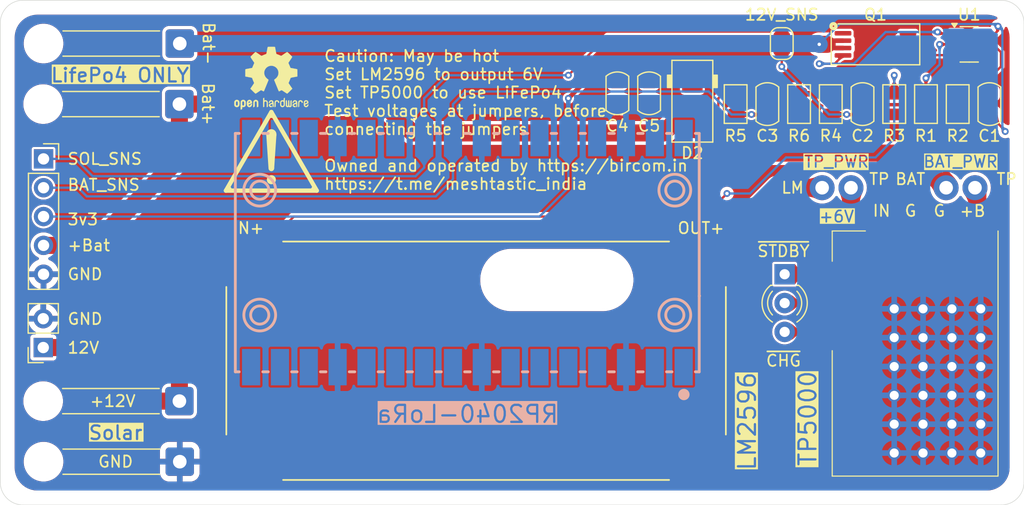
<source format=kicad_pcb>
(kicad_pcb (version 20240108) (generator "pcbnew") (generator_version "8.0")
  (layers (0 "F.Cu" signal) (31 "B.Cu" signal) (34 "B.Paste" user) (35 "F.Paste" user) (36 "B.SilkS" user "B.Silkscreen") (37 "F.SilkS" user "F.Silkscreen") (38 "B.Mask" user) (39 "F.Mask" user) (44 "Edge.Cuts" user))
  (net 0 "")
  (net 5 "GND")
  (net 13 "/BAT_SNS")
  (net 26 "+12V")
  (net 27 "+6V")
  (net 28 "-BATT")
  (net 29 "+BATT")
  (net 30 "Net-(JP2-A)")
  (net 31 "+6V_TP")
  (net 32 "/SOLAR_SNS")
  (net 33 "+3V3")
  (net 34 "Net-(JP3-A)")
  (net 35 "Net-(U1-VCC)")
  (net 36 "Net-(D1-A)")
  (net 37 "Net-(D1-K2)")
  (net 38 "Net-(D1-K1)")
  (net 39 "Net-(U1-OC)")
  (net 40 "Net-(U1-OD)")
  (net 41 "Net-(U1-CS)")
  (footprint "STS_Boards:TP5000_Breakout_Akaddy" (layer "F.Cu") (at 136.144 88.9 180)
    (property "Reference" "U2" (hide yes))
    (property "Value" "TP5000_Breakout_Akaddy" (hide yes))
    (property "Comment1" "TP5000" (at 14.224 -15.24 90) (layer "F.SilkS" knockout) (effects (font (size 1.5 1.5) (thickness 0.2))))
    (fp_text user "+B" (at -1.512 3.030524 0) (layer "F.SilkS") (effects (justify right)))
    (fp_text user "~{STDBY}" (at 13.97 -0.508 0) (layer "F.SilkS") (effects (justify right)))
    (fp_text user "G" (at 4.572 3.048 0) (layer "F.SilkS") (effects (justify right)))
    (fp_text user "IN" (at 6.858 3.048 0) (layer "F.SilkS") (effects (justify right)))
    (fp_text user "G" (at 2.032 3.048 0) (layer "F.SilkS") (effects (justify right)))
    (fp_text user "~{CHG}" (at 14.732 -10.16 0) (layer "F.SilkS") (effects (justify right)))
    (pad "1" smd rect (at 7.62 0 270) (size 3 1.7) (drill (offset -0.5 0)) (layers "F.Cu" "F.Paste" "F.Mask") (net 31 "+6V_TP"))
    (pad "2" smd oval (at 5.08 0 270) (size 3 1.7) (drill (offset -0.5 0)) (layers "F.Cu" "F.Paste" "F.Mask") (net 5 "GND"))
    (pad "3" smd oval (at 0 0 270) (size 3 1.7) (drill (offset -0.5 0)) (layers "F.Cu" "F.Paste" "F.Mask") (net 30 "Net-(JP2-A)"))
    (pad "4" smd oval (at 2.54 0 270) (size 3 1.7) (drill (offset -0.5 0)) (layers "F.Cu" "F.Paste" "F.Mask") (net 5 "GND"))
    (pad "10" smd oval (at 10.16 -7.62 180) (size 3 1.7) (drill (offset 0.5 0)) (layers "F.Cu" "F.Paste" "F.Mask") (net 37 "Net-(D1-K2)"))
    (pad "11" smd oval (at 10.16 -2.54 180) (size 3 1.7) (drill (offset 0.5 0)) (layers "F.Cu" "F.Paste" "F.Mask") (net 38 "Net-(D1-K1)"))
    (pad "12" smd oval (at 10.16 -5.08 180) (size 3 1.7) (drill (offset 0.5 0)) (layers "F.Cu" "F.Paste" "F.Mask") (net 36 "Net-(D1-A)"))
    (pad "20" thru_hole circle (at -1.016 -18.288 180) (size 1.2 1.2) (drill 0.8) (layers "*.Cu" "*.Mask") (net 5 "GND"))
    (pad "20" thru_hole circle (at -1.016 -15.748 180) (size 1.2 1.2) (drill 0.8) (layers "*.Cu" "*.Mask") (net 5 "GND"))
    (pad "20" thru_hole circle (at -1.016 -13.208 180) (size 1.2 1.2) (drill 0.8) (layers "*.Cu" "*.Mask") (net 5 "GND"))
    (pad "20" thru_hole circle (at -1.016 -10.668 180) (size 1.2 1.2) (drill 0.8) (layers "*.Cu" "*.Mask") (net 5 "GND"))
    (pad "20" thru_hole circle (at -1.016 -8.128 180) (size 1.2 1.2) (drill 0.8) (layers "*.Cu" "*.Mask") (net 5 "GND"))
    (pad "20" thru_hole circle (at -1.016 -5.588 180) (size 1.2 1.2) (drill 0.8) (layers "*.Cu" "*.Mask") (net 5 "GND"))
    (pad "20" thru_hole circle (at 1.524 -18.288 180) (size 1.2 1.2) (drill 0.8) (layers "*.Cu" "*.Mask") (net 5 "GND"))
    (pad "20" thru_hole circle (at 1.524 -15.748 180) (size 1.2 1.2) (drill 0.8) (layers "*.Cu" "*.Mask") (net 5 "GND"))
    (pad "20" thru_hole circle (at 1.524 -13.208 180) (size 1.2 1.2) (drill 0.8) (layers "*.Cu" "*.Mask") (net 5 "GND"))
    (pad "20" thru_hole circle (at 1.524 -10.668 180) (size 1.2 1.2) (drill 0.8) (layers "*.Cu" "*.Mask") (net 5 "GND"))
    (pad "20" thru_hole circle (at 1.524 -8.128 180) (size 1.2 1.2) (drill 0.8) (layers "*.Cu" "*.Mask") (net 5 "GND"))
    (pad "20" thru_hole circle (at 1.524 -5.588 180) (size 1.2 1.2) (drill 0.8) (layers "*.Cu" "*.Mask") (net 5 "GND"))
    (pad "20" smd roundrect (at 2.794 -11.938 180) (size 10 16) (layers "F.Cu" "F.Paste" "F.Mask") (roundrect_rratio 0.1640419948) (net 5 "GND"))
    (pad "20" thru_hole circle (at 4.064 -18.288 180) (size 1.2 1.2) (drill 0.8) (layers "*.Cu" "*.Mask") (net 5 "GND"))
    (pad "20" thru_hole circle (at 4.064 -15.748 180) (size 1.2 1.2) (drill 0.8) (layers "*.Cu" "*.Mask") (net 5 "GND"))
    (pad "20" thru_hole circle (at 4.064 -13.208 180) (size 1.2 1.2) (drill 0.8) (layers "*.Cu" "*.Mask") (net 5 "GND"))
    (pad "20" thru_hole circle (at 4.064 -10.668 180) (size 1.2 1.2) (drill 0.8) (layers "*.Cu" "*.Mask") (net 5 "GND"))
    (pad "20" thru_hole circle (at 4.064 -8.128 180) (size 1.2 1.2) (drill 0.8) (layers "*.Cu" "*.Mask") (net 5 "GND"))
    (pad "20" thru_hole circle (at 4.064 -5.588 180) (size 1.2 1.2) (drill 0.8) (layers "*.Cu" "*.Mask") (net 5 "GND"))
    (pad "20" thru_hole circle (at 6.604 -18.288 180) (size 1.2 1.2) (drill 0.8) (layers "*.Cu" "*.Mask") (net 5 "GND"))
    (pad "20" thru_hole circle (at 6.604 -15.748 180) (size 1.2 1.2) (drill 0.8) (layers "*.Cu" "*.Mask") (net 5 "GND"))
    (pad "20" thru_hole circle (at 6.604 -13.208 180) (size 1.2 1.2) (drill 0.8) (layers "*.Cu" "*.Mask") (net 5 "GND"))
    (pad "20" thru_hole circle (at 6.604 -10.668 180) (size 1.2 1.2) (drill 0.8) (layers "*.Cu" "*.Mask") (net 5 "GND"))
    (pad "20" thru_hole circle (at 6.604 -8.128 180) (size 1.2 1.2) (drill 0.8) (layers "*.Cu" "*.Mask") (net 5 "GND"))
    (pad "20" thru_hole circle (at 6.604 -5.588 180) (size 1.2 1.2) (drill 0.8) (layers "*.Cu" "*.Mask") (net 5 "GND"))
  )
  (footprint "PCM_Resistor_SMD_AKL:R_0805_2012Metric" (layer "F.Cu") (at 121.158 76.454 -90)
    (property "Reference" "R6" (at 2.794 0 0) (layer "F.SilkS"))
    (property "Value" "100K" (hide yes))
    (pad "1" smd roundrect (at -0.9125 0 270) (size 1.025 1.4) (layers "F.Cu" "F.Paste" "F.Mask") (roundrect_rratio 0.243902) (net 5 "GND"))
    (pad "2" smd roundrect (at 0.9125 0 270) (size 1.025 1.4) (layers "F.Cu" "F.Paste" "F.Mask") (roundrect_rratio 0.243902) (net 13 "/BAT_SNS"))
  )
  (footprint "custom:SolderWire-0.25sqmm_1x01_D0.65mm_OD2mm_Relief" (layer "F.Cu") (at 66.61 107.95 -90)
    (property "Reference" "TP2" (hide yes))
    (property "Value" "TestPoint")
    (property "Comment1" "GND" (at 0 5.65 0) (layer "F.SilkS"))
    (pad "" np_thru_hole circle (at 0 12 270) (size 3 3) (drill 3) (layers "F&B.Cu" "*.Mask"))
    (pad "1" thru_hole roundrect (at 0 0 270) (size 2.5 2.5) (drill 1.2) (layers "*.Cu" "*.Mask") (roundrect_rratio 0.125) (net 5 "GND"))
  )
  (footprint "PCM_Jumper_AKL:Jumper_P2.54mm_D1.2mm" (layer "F.Cu") (at 136.652 83.82 180)
    (property "Reference" "JP2" (hide yes))
    (property "Value" "BAT_PWR" (at 1.27 2.286 0) (layer "F.SilkS" knockout))
    (fp_text user "${Comment2}" (at 4.28625 0.762 0) (layer "F.SilkS") (effects (justify right)))
    (fp_text user "${Comment1}" (at -1.80975 0.762 0) (layer "F.SilkS") (effects (justify left)))
    (pad "1" thru_hole circle (at 0 0 180) (size 2.2 2.2) (drill 1.2) (layers "*.Cu" "*.Mask") (net 30 "Net-(JP2-A)"))
    (pad "2" thru_hole circle (at 2.54 0 180) (size 2.2 2.2) (drill 1.2) (layers "*.Cu" "*.Mask") (net 29 "+BATT"))
  )
  (footprint "PCM_Resistor_SMD_AKL:R_0805_2012Metric" (layer "F.Cu") (at 123.952 76.454 -90)
    (property "Reference" "R4" (at 2.794 0 0) (layer "F.SilkS"))
    (property "Value" "20K" (hide yes))
    (pad "1" smd roundrect (at -0.9125 0 270) (size 1.025 1.4) (layers "F.Cu" "F.Paste" "F.Mask") (roundrect_rratio 0.243902) (net 5 "GND"))
    (pad "2" smd roundrect (at 0.9125 0 270) (size 1.025 1.4) (layers "F.Cu" "F.Paste" "F.Mask") (roundrect_rratio 0.243902) (net 34 "Net-(JP3-A)"))
  )
  (footprint "Connector_PinSocket_2.54mm:PinSocket_1x05_P2.54mm_Vertical" (layer "F.Cu") (at 54.61 81.28)
    (property "Reference" "J1" (hide yes))
    (property "Value" "Conn_01x05" (hide yes))
    (property "Comment1" "SOL_SNS" (at 2.032 0 0) (layer "F.SilkS") (effects (justify left)))
    (property "Comment2" "BAT_SNS" (at 2.032 2.286 0) (layer "F.SilkS") (effects (justify left)))
    (property "Comment3" "3v3" (at 2.032 5.334 0) (layer "F.SilkS") (effects (justify left)))
    (property "Comment4" "+Bat" (at 2.032 7.62 0) (layer "F.SilkS") (effects (justify left)))
    (property "Comment5" "GND" (at 2.032 10.16 0) (layer "F.SilkS") (effects (justify left)))
    (pad "1" thru_hole rect (at 0 0) (size 1.7 1.7) (drill 1) (layers "*.Cu" "*.Mask") (net 32 "/SOLAR_SNS"))
    (pad "2" thru_hole oval (at 0 2.54) (size 1.7 1.7) (drill 1) (layers "*.Cu" "*.Mask") (net 13 "/BAT_SNS"))
    (pad "3" thru_hole oval (at 0 5.08) (size 1.7 1.7) (drill 1) (layers "*.Cu" "*.Mask") (net 33 "+3V3"))
    (pad "4" thru_hole oval (at 0 7.62) (size 1.7 1.7) (drill 1) (layers "*.Cu" "*.Mask") (net 29 "+BATT"))
    (pad "5" thru_hole oval (at 0 10.16) (size 1.7 1.7) (drill 1) (layers "*.Cu" "*.Mask") (net 5 "GND"))
  )
  (footprint "PCM_Resistor_SMD_AKL:R_0805_2012Metric" (layer "F.Cu") (at 115.57 76.454 90)
    (property "Reference" "R5" (at -2.794 0 180) (layer "F.SilkS"))
    (property "Value" "10K" (hide yes))
    (pad "1" smd roundrect (at -0.9125 0 90) (size 1.025 1.4) (layers "F.Cu" "F.Paste" "F.Mask") (roundrect_rratio 0.243902) (net 13 "/BAT_SNS"))
    (pad "2" smd roundrect (at 0.9125 0 90) (size 1.025 1.4) (layers "F.Cu" "F.Paste" "F.Mask") (roundrect_rratio 0.243902) (net 29 "+BATT"))
  )
  (footprint "PCM_Capacitor_SMD_AKL:C_0805_2012Metric" (layer "F.Cu") (at 137.922 76.454 -90)
    (property "Reference" "C1" (at 2.794 0 0) (layer "F.SilkS"))
    (property "Value" "100nF" (hide yes))
    (pad "1" smd roundrect (at -0.95 0 270) (size 1 1.45) (layers "F.Cu" "F.Paste" "F.Mask") (net 35 "Net-(U1-VCC)"))
    (pad "2" smd roundrect (at 0.95 0 270) (size 1 1.45) (layers "F.Cu" "F.Paste" "F.Mask") (net 28 "-BATT"))
  )
  (footprint "PCM_Resistor_SMD_AKL:R_0805_2012Metric" (layer "F.Cu") (at 129.54 76.454 90)
    (property "Reference" "R3" (at -2.794 0 180) (layer "F.SilkS"))
    (property "Value" "150K" (hide yes))
    (pad "1" smd roundrect (at -0.9125 0 90) (size 1.025 1.4) (layers "F.Cu" "F.Paste" "F.Mask") (roundrect_rratio 0.243902) (net 34 "Net-(JP3-A)"))
    (pad "2" smd roundrect (at 0.9125 0 90) (size 1.025 1.4) (layers "F.Cu" "F.Paste" "F.Mask") (roundrect_rratio 0.243902) (net 26 "+12V"))
  )
  (footprint "Jumper:SolderJumper-2_P1.3mm_Open_RoundedPad1.0x1.5mm" (layer "F.Cu") (at 119.634 71.12 90)
    (property "Reference" "JP3" (hide yes))
    (property "Value" "12V_SNS" (at 2.54 0 180) (layer "F.SilkS"))
    (pad "1" smd custom (at -0.65 0 90) (size 1 0.5) (layers "F.Cu" "F.Mask") (net 34 "Net-(JP3-A)") (options (clearance outline) (anchor rect)) (primitives (gr_circle (center 0 0.25) (end 0.5 0.25) (width 0) (fill yes)) (gr_circle (center 0 -0.25) (end 0.5 -0.25) (width 0) (fill yes)) (gr_poly (pts (xy 0.5 0.75) (xy 0 0.75) (xy 0 -0.75) (xy 0.5 -0.75)) (width 0) (fill yes))))
    (pad "2" smd custom (at 0.65 0 90) (size 1 0.5) (layers "F.Cu" "F.Mask") (net 32 "/SOLAR_SNS") (options (clearance outline) (anchor rect)) (primitives (gr_circle (center 0 0.25) (end 0.5 0.25) (width 0) (fill yes)) (gr_circle (center 0 -0.25) (end 0.5 -0.25) (width 0) (fill yes)) (gr_poly (pts (xy 0 0.75) (xy -0.5 0.75) (xy -0.5 -0.75) (xy 0 -0.75)) (width 0) (fill yes))))
  )
  (footprint "PCM_Resistor_SMD_AKL:R_0805_2012Metric" (layer "F.Cu") (at 132.334 76.454 -90)
    (property "Reference" "R1" (at 2.794 0 0) (layer "F.SilkS"))
    (property "Value" "1K" (hide yes))
    (pad "1" smd roundrect (at -0.9125 0 270) (size 1.025 1.4) (layers "F.Cu" "F.Paste" "F.Mask") (roundrect_rratio 0.243902) (net 41 "Net-(U1-CS)"))
    (pad "2" smd roundrect (at 0.9125 0 270) (size 1.025 1.4) (layers "F.Cu" "F.Paste" "F.Mask") (roundrect_rratio 0.243902) (net 5 "GND"))
  )
  (footprint "Connector_PinSocket_2.54mm:PinSocket_1x02_P2.54mm_Vertical" (layer "F.Cu") (at 54.585 97.897 180)
    (property "Reference" "J2" (hide yes))
    (property "Value" "Conn_01x02" (hide yes))
    (property "Comment1" "12V" (at -2.057 -0.02 0) (layer "F.SilkS") (effects (justify left)))
    (property "Comment2" "GND" (at -2.057 2.52 0) (layer "F.SilkS") (effects (justify left)))
    (property "Comment3" "Solar" (at -6.375 -7.513 0) (layer "F.SilkS" knockout) (effects (font (size 1.2 1.2) (thickness 0.2) (bold yes))))
    (pad "1" thru_hole rect (at 0 0 180) (size 1.7 1.7) (drill 1) (layers "*.Cu" "*.Mask") (net 26 "+12V"))
    (pad "2" thru_hole oval (at 0 2.54 180) (size 1.7 1.7) (drill 1) (layers "*.Cu" "*.Mask") (net 5 "GND"))
  )
  (footprint "PCM_Capacitor_SMD_AKL:C_0805_2012Metric" (layer "F.Cu") (at 126.746 76.454 -90)
    (property "Reference" "C2" (at 2.794 0 0) (layer "F.SilkS"))
    (property "Value" "100nF" (hide yes))
    (pad "1" smd roundrect (at -0.95 0 270) (size 1 1.45) (layers "F.Cu" "F.Paste" "F.Mask") (net 5 "GND"))
    (pad "2" smd roundrect (at 0.95 0 270) (size 1 1.45) (layers "F.Cu" "F.Paste" "F.Mask") (net 34 "Net-(JP3-A)"))
  )
  (footprint "Symbol:Symbol_Attention_Triangle_8x7mm_Copper" (layer "F.Cu") (at 74.676 80.614)
    (property "Reference" "SYM2" (hide yes))
    (property "Value" "Exclaimation" (hide yes))
  )
  (footprint "PCM_Capacitor_SMD_AKL:C_0805_2012Metric" (layer "F.Cu") (at 105.156 75.504 90)
    (property "Reference" "C4" (at -2.855 0 180) (layer "F.SilkS"))
    (property "Value" "100nF" (hide yes))
    (pad "1" smd roundrect (at -0.95 0 90) (size 1 1.45) (layers "F.Cu" "F.Paste" "F.Mask") (net 5 "GND"))
    (pad "2" smd roundrect (at 0.95 0 90) (size 1 1.45) (layers "F.Cu" "F.Paste" "F.Mask") (net 33 "+3V3"))
  )
  (footprint "custom:SolderWire-0.25sqmm_1x01_D0.65mm_OD2mm_Relief" (layer "F.Cu") (at 66.577 102.616 -90)
    (property "Reference" "TP1" (hide yes))
    (property "Value" "TestPoint")
    (property "Comment1" "+12V" (at 0 5.871 0) (layer "F.SilkS"))
    (pad "" np_thru_hole circle (at 0 12 270) (size 3 3) (drill 3) (layers "F&B.Cu" "*.Mask"))
    (pad "1" thru_hole roundrect (at 0 0 270) (size 2.5 2.5) (drill 1.2) (layers "*.Cu" "*.Mask") (roundrect_rratio 0.125) (net 26 "+12V"))
  )
  (footprint "PCM_Capacitor_SMD_AKL:C_0805_2012Metric" (layer "F.Cu") (at 107.95 75.504 90)
    (property "Reference" "C5" (at -2.855 0 180) (layer "F.SilkS"))
    (property "Value" "10uF")
    (pad "1" smd roundrect (at -0.95 0 90) (size 1 1.45) (layers "F.Cu" "F.Paste" "F.Mask") (net 5 "GND"))
    (pad "2" smd roundrect (at 0.95 0 90) (size 1 1.45) (layers "F.Cu" "F.Paste" "F.Mask") (net 33 "+3V3"))
  )
  (footprint "PCM_Capacitor_SMD_AKL:C_0805_2012Metric" (layer "F.Cu") (at 118.364 76.454 -90)
    (property "Reference" "C3" (at 2.794 0 0) (layer "F.SilkS"))
    (property "Value" "100nF" (hide yes))
    (pad "1" smd roundrect (at -0.95 0 270) (size 1 1.45) (layers "F.Cu" "F.Paste" "F.Mask") (net 5 "GND"))
    (pad "2" smd roundrect (at 0.95 0 270) (size 1 1.45) (layers "F.Cu" "F.Paste" "F.Mask") (net 13 "/BAT_SNS"))
  )
  (footprint "PCM_Resistor_SMD_AKL:R_0805_2012Metric" (layer "F.Cu") (at 135.128 76.454 90)
    (property "Reference" "R2" (at -2.794 0 180) (layer "F.SilkS"))
    (property "Value" "100" (hide yes))
    (pad "1" smd roundrect (at -0.9125 0 90) (size 1.025 1.4) (layers "F.Cu" "F.Paste" "F.Mask") (roundrect_rratio 0.243902) (net 29 "+BATT"))
    (pad "2" smd roundrect (at 0.9125 0 90) (size 1.025 1.4) (layers "F.Cu" "F.Paste" "F.Mask") (roundrect_rratio 0.243902) (net 35 "Net-(U1-VCC)"))
  )
  (footprint "Ar_Modules:module_LM2596" (layer "F.Cu") (at 92.71 99.06 90)
    (property "Reference" "U3" (hide yes))
    (property "Value" "LM2596 Module")
    (property "Comment1" "LM2596" (at -5.334 23.876 90) (layer "F.SilkS" knockout) (effects (font (size 1.5 1.5) (thickness 0.2))))
    (fp_text user "IN+" (at 11.684 -20.066 0) (layer "F.SilkS"))
    (fp_text user "OUT+" (at 11.684 19.812 0) (layer "F.SilkS"))
    (pad "" np_thru_hole oval (at 7.112 7.112 90) (size 5 13) (drill oval 5 13) (layers "F&B.Cu" "*.Mask"))
    (pad "1" smd oval (at 8.75 -20 90) (size 3.5 4.5) (layers "F.Cu" "F.Paste" "F.Mask") (net 26 "+12V"))
    (pad "2" smd rect (at -8.75 -20 90) (size 3.5 4.5) (layers "F.Cu" "F.Paste" "F.Mask") (net 5 "GND"))
    (pad "3" smd oval (at -8.75 20 90) (size 3.5 4.5) (layers "F.Cu" "F.Paste" "F.Mask") (net 5 "GND"))
    (pad "4" smd oval (at 8.75 20 90) (size 3.5 4.5) (layers "F.Cu" "F.Paste" "F.Mask") (net 27 "+6V"))
  )
  (footprint "PCM_Jumper_AKL:Jumper_P2.54mm_D1.2mm" (layer "F.Cu") (at 123.19 83.82)
    (property "Reference" "JP1" (hide yes))
    (property "Value" "TP_PWR" (at 1.27 -2.286 0) (layer "F.SilkS" knockout))
    (property "Comment3" "+6V" (at 1.27 2.54 0) (layer "F.SilkS" knockout))
    (fp_text user "${Comment1}" (at -1.524 0 0) (layer "F.SilkS") (effects (justify right)))
    (fp_text user "${Comment2}" (at 4.064 -0.762 0) (layer "F.SilkS") (effects (justify left)))
    (pad "1" thru_hole circle (at 0 0) (size 2.2 2.2) (drill 1.2) (layers "*.Cu" "*.Mask") (net 27 "+6V"))
    (pad "2" thru_hole circle (at 2.54 0) (size 2.2 2.2) (drill 1.2) (layers "*.Cu" "*.Mask") (net 31 "+6V_TP"))
  )
  (footprint "custom:SolderWire-0.25sqmm_1x01_D0.65mm_OD2mm_Relief" (layer "F.Cu") (at 66.61 71.12 -90)
    (property "Reference" "TP4" (hide yes))
    (property "Value" "TestPoint")
    (property "Comment1" "Bat-" (at 0 -2.54 -90) (layer "F.SilkS"))
    (pad "" np_thru_hole circle (at 0 12 270) (size 3 3) (drill 3) (layers "F&B.Cu" "*.Mask"))
    (pad "1" thru_hole roundrect (at 0 0 270) (size 2.5 2.5) (drill 1.2) (layers "*.Cu" "*.Mask") (roundrect_rratio 0.125) (net 28 "-BATT"))
  )
  (footprint "custom:SolderWire-0.25sqmm_1x01_D0.65mm_OD2mm_Relief" (layer "F.Cu") (at 66.577 76.454 -90)
    (property "Reference" "TP3" (hide yes))
    (property "Value" "TestPoint")
    (property "Comment1" "Bat+" (at 0 -2.511 -90) (layer "F.SilkS"))
    (pad "" np_thru_hole circle (at 0 12 270) (size 3 3) (drill 3) (layers "F&B.Cu" "*.Mask"))
    (pad "1" thru_hole roundrect (at 0 0 270) (size 2.5 2.5) (drill 1.2) (layers "*.Cu" "*.Mask") (roundrect_rratio 0.125) (net 29 "+BATT"))
  )
  (footprint "PCM_Package_SO_AKL:TSSOP-8_4.4x3mm_P0.65mm" (layer "F.Cu") (at 127.889 71.191)
    (property "Reference" "Q1" (at 0 -2.611 0) (layer "F.SilkS"))
    (property "Value" "FS8205A" (hide yes))
    (pad "1" smd roundrect (at -2.8625 -0.975) (size 1.475 0.4) (layers "F.Cu" "F.Paste" "F.Mask"))
    (pad "2" smd roundrect (at -2.8625 -0.325) (size 1.475 0.4) (layers "F.Cu" "F.Paste" "F.Mask") (net 28 "-BATT"))
    (pad "3" smd roundrect (at -2.8625 0.325) (size 1.475 0.4) (layers "F.Cu" "F.Paste" "F.Mask") (net 28 "-BATT"))
    (pad "4" smd roundrect (at -2.8625 0.975) (size 1.475 0.4) (layers "F.Cu" "F.Paste" "F.Mask") (net 40 "Net-(U1-OD)"))
    (pad "5" smd roundrect (at 2.8625 0.975) (size 1.475 0.4) (layers "F.Cu" "F.Paste" "F.Mask") (net 39 "Net-(U1-OC)"))
    (pad "6" smd roundrect (at 2.8625 0.325) (size 1.475 0.4) (layers "F.Cu" "F.Paste" "F.Mask") (net 5 "GND"))
    (pad "7" smd roundrect (at 2.8625 -0.325) (size 1.475 0.4) (layers "F.Cu" "F.Paste" "F.Mask") (net 5 "GND"))
    (pad "8" smd roundrect (at 2.8625 -0.975) (size 1.475 0.4) (layers "F.Cu" "F.Paste" "F.Mask"))
  )
  (footprint "Symbol:OSHW-Logo2_7.3x6mm_SilkScreen" (layer "F.Cu") (at 74.676 74.168)
    (property "Reference" "SYM1" (hide yes))
    (property "Value" "Logo_Open_Hardware_Small" (hide yes))
  )
  (footprint "LED_THT:LED_D3.0mm-3" (layer "F.Cu") (at 119.888 91.44 -90)
    (property "Reference" "D1" (hide yes))
    (property "Value" "LED_Dual_KAK")
    (pad "1" thru_hole rect (at 0 0 270) (size 1.8 1.8) (drill 0.9) (layers "*.Cu" "*.Mask") (net 38 "Net-(D1-K1)"))
    (pad "2" thru_hole circle (at 2.54 0 270) (size 1.8 1.8) (drill 0.9) (layers "*.Cu" "*.Mask") (net 36 "Net-(D1-A)"))
    (pad "3" thru_hole circle (at 5.08 0 270) (size 1.8 1.8) (drill 0.9) (layers "*.Cu" "*.Mask") (net 37 "Net-(D1-K2)"))
  )
  (footprint "PCM_Diode_SMD_AKL:D_SMA" (layer "F.Cu") (at 111.76 76.2 -90)
    (property "Reference" "D2" (at 4.572 0 0) (layer "F.SilkS"))
    (property "Value" "SS16" (hide yes))
    (pad "1" smd roundrect (at -2 0 270) (size 2.5 1.8) (layers "F.Cu" "F.Paste" "F.Mask") (roundrect_rratio 0.1388888889) (net 33 "+3V3"))
    (pad "2" smd roundrect (at 2 0 270) (size 2.5 1.8) (layers "F.Cu" "F.Paste" "F.Mask") (roundrect_rratio 0.1388888889) (net 29 "+BATT"))
  )
  (footprint "Package_TO_SOT_SMD:SOT-23-6" (layer "F.Cu") (at 136.144 71.191)
    (property "Reference" "U1" (at 0 -2.611 0) (layer "F.SilkS"))
    (property "Value" "DW01A")
    (pad "1" smd roundrect (at -1.1375 -0.95) (size 1.325 0.6) (layers "F.Cu" "F.Paste" "F.Mask") (net 40 "Net-(U1-OD)"))
    (pad "2" smd roundrect (at -1.1375 0) (size 1.325 0.6) (layers "F.Cu" "F.Paste" "F.Mask") (net 41 "Net-(U1-CS)"))
    (pad "3" smd roundrect (at -1.1375 0.95) (size 1.325 0.6) (layers "F.Cu" "F.Paste" "F.Mask") (net 39 "Net-(U1-OC)"))
    (pad "4" smd roundrect (at 1.1375 0.95) (size 1.325 0.6) (layers "F.Cu" "F.Paste" "F.Mask"))
    (pad "5" smd roundrect (at 1.1375 0) (size 1.325 0.6) (layers "F.Cu" "F.Paste" "F.Mask") (net 35 "Net-(U1-VCC)"))
    (pad "6" smd roundrect (at 1.1375 -0.95) (size 1.325 0.6) (layers "F.Cu" "F.Paste" "F.Mask") (net 28 "-BATT"))
  )
  (footprint "easyeda2kicad:LCC-32_L41.0-W21.0-P2.54-BL_RP2040-LoRa" (layer "B.Cu") (at 91.9435 89.535 180)
    (property "Reference" "M1" (hide yes))
    (property "Value" "RP2040-LoRa-HF")
    (property "Comment" "RP2040-LoRa" (at -0.0045 -14.224 0) (layer "B.SilkS" knockout) (effects (font (size 1.5 1.5) (thickness 0.2)) (justify mirror)))
    (pad "1" smd rect (at -19.05 -10.09 180) (size 1.6 3.2) (layers "B.Cu" "B.Paste" "B.Mask"))
    (pad "2" smd rect (at -16.51 -10.09 180) (size 1.6 3.2) (layers "B.Cu" "B.Paste" "B.Mask"))
    (pad "3" smd rect (at -13.97 -10.09 180) (size 1.6 3.2) (layers "B.Cu" "B.Paste" "B.Mask") (net 5 "GND"))
    (pad "4" smd rect (at -11.43 -10.09 180) (size 1.6 3.2) (layers "B.Cu" "B.Paste" "B.Mask"))
    (pad "5" smd rect (at -8.89 -10.09 180) (size 1.6 3.2) (layers "B.Cu" "B.Paste" "B.Mask"))
    (pad "6" smd rect (at -6.35 -10.09 180) (size 1.6 3.2) (layers "B.Cu" "B.Paste" "B.Mask"))
    (pad "7" smd rect (at -3.81 -10.09 180) (size 1.6 3.2) (layers "B.Cu" "B.Paste" "B.Mask"))
    (pad "8" smd rect (at -1.27 -10.09 180) (size 1.6 3.2) (layers "B.Cu" "B.Paste" "B.Mask") (net 5 "GND"))
    (pad "9" smd rect (at 1.27 -10.09 180) (size 1.6 3.2) (layers "B.Cu" "B.Paste" "B.Mask"))
    (pad "10" smd rect (at 3.81 -10.09 180) (size 1.6 3.2) (layers "B.Cu" "B.Paste" "B.Mask"))
    (pad "11" smd rect (at 6.35 -10.09 180) (size 1.6 3.2) (layers "B.Cu" "B.Paste" "B.Mask"))
    (pad "12" smd rect (at 8.89 -10.09 180) (size 1.6 3.2) (layers "B.Cu" "B.Paste" "B.Mask"))
    (pad "13" smd rect (at 11.43 -10.09 180) (size 1.6 3.2) (layers "B.Cu" "B.Paste" "B.Mask") (net 5 "GND"))
    (pad "14" smd rect (at 13.97 -10.09 180) (size 1.6 3.2) (layers "B.Cu" "B.Paste" "B.Mask"))
    (pad "15" smd rect (at 16.51 -10.09 180) (size 1.6 3.2) (layers "B.Cu" "B.Paste" "B.Mask"))
    (pad "16" smd rect (at 19.05 -10.09 180) (size 1.6 3.2) (layers "B.Cu" "B.Paste" "B.Mask"))
    (pad "25" smd rect (at 19.05 10.09 180) (size 1.6 3.2) (layers "B.Cu" "B.Paste" "B.Mask"))
    (pad "26" smd rect (at 16.51 10.09 180) (size 1.6 3.2) (layers "B.Cu" "B.Paste" "B.Mask"))
    (pad "27" smd rect (at 13.97 10.09 180) (size 1.6 3.2) (layers "B.Cu" "B.Paste" "B.Mask"))
    (pad "28" smd rect (at 11.43 10.09 180) (size 1.6 3.2) (layers "B.Cu" "B.Paste" "B.Mask") (net 5 "GND"))
    (pad "29" smd rect (at 8.89 10.09 180) (size 1.6 3.2) (layers "B.Cu" "B.Paste" "B.Mask"))
    (pad "30" smd rect (at 6.35 10.09 180) (size 1.6 3.2) (layers "B.Cu" "B.Paste" "B.Mask"))
    (pad "31" smd rect (at 3.81 10.09 180) (size 1.6 3.2) (layers "B.Cu" "B.Paste" "B.Mask") (net 32 "/SOLAR_SNS"))
    (pad "32" smd rect (at 1.27 10.09 180) (size 1.6 3.2) (layers "B.Cu" "B.Paste" "B.Mask") (net 13 "/BAT_SNS"))
    (pad "33" smd rect (at -1.27 10.09 180) (size 1.6 3.2) (layers "B.Cu" "B.Paste" "B.Mask") (net 5 "GND"))
    (pad "34" smd rect (at -3.81 10.09 180) (size 1.6 3.2) (layers "B.Cu" "B.Paste" "B.Mask"))
    (pad "35" smd rect (at -6.35 10.09 180) (size 1.6 3.2) (layers "B.Cu" "B.Paste" "B.Mask"))
    (pad "36" smd rect (at -8.89 10.09 180) (size 1.6 3.2) (layers "B.Cu" "B.Paste" "B.Mask") (net 33 "+3V3"))
    (pad "37" smd rect (at -11.43 10.09 180) (size 1.6 3.2) (layers "B.Cu" "B.Paste" "B.Mask"))
    (pad "38" smd rect (at -13.97 10.09 180) (size 1.6 3.2) (layers "B.Cu" "B.Paste" "B.Mask") (net 5 "GND"))
    (pad "39" smd rect (at -16.51 10.09 180) (size 1.6 3.2) (layers "B.Cu" "B.Paste" "B.Mask"))
    (pad "40" smd rect (at -19.05 10.09 180) (size 1.6 3.2) (layers "B.Cu" "B.Paste" "B.Mask"))
  )
  (gr_line (start 52.8 67.31) (end 138.97 67.31) (stroke (width 0.05)) (layer "Edge.Cuts"))
  (gr_line (start 50.8 109.76) (end 50.8 69.31) (stroke (width 0.05)) (layer "Edge.Cuts"))
  (gr_arc (start 52.8 111.76) (mid 51.385786 111.174214) (end 50.8 109.76) (stroke (width 0.05)) (layer "Edge.Cuts"))
  (gr_arc (start 138.97 67.31) (mid 140.384214 67.895786) (end 140.97 69.31) (stroke (width 0.05)) (layer "Edge.Cuts"))
  (gr_line (start 138.97 111.76) (end 52.8 111.76) (stroke (width 0.05)) (layer "Edge.Cuts"))
  (gr_line (start 140.97 69.31) (end 140.97 109.76) (stroke (width 0.05)) (layer "Edge.Cuts"))
  (gr_arc (start 140.97 109.76) (mid 140.384214 111.174214) (end 138.97 111.76) (stroke (width 0.05)) (layer "Edge.Cuts"))
  (gr_arc (start 50.8 69.31) (mid 51.385786 67.895786) (end 52.8 67.31) (stroke (width 0.05)) (layer "Edge.Cuts"))
  (gr_text "LifePo4 ONLY" (at 61.341 73.914 0) (layer "F.SilkS" knockout) (effects (font (size 1.2 1.2) (thickness 0.2) (bold yes))))
  (gr_text "Caution: May be hot\nSet LM2596 to output 6V\nSet TP5000 to use LiFePo4\nTest voltages at jumpers, before\nconnecting the jumpers\n\nOwned and operated by https://bircom.in\nhttps://t.me/meshtastic_india" (at 79.248 84.074 0) (layer "F.SilkS") (effects (font (size 1 1)) (justify left bottom)))
  (segment (start 121.158 77.3665) (end 118.4015 77.3665) (width 0.2) (layer "F.Cu") (net 13))
  (segment (start 116.967 77.3665) (end 117.0045 77.404) (width 0.2) (layer "F.Cu") (net 13))
  (segment (start 115.57 77.3665) (end 116.967 77.3665) (width 0.2) (layer "F.Cu") (net 13))
  (segment (start 117.0045 77.404) (end 118.364 77.404) (width 0.2) (layer "F.Cu") (net 13))
  (via (at 116.967 77.3665) (size 0.6) (drill 0.3) (layers "F.Cu" "B.Cu") (net 13))
  (segment (start 90.6735 76.4585) (end 90.6735 79.445) (width 0.2) (layer "B.Cu") (net 13))
  (segment (start 116.967 77.3665) (end 115.2125 77.3665) (width 0.2) (layer "B.Cu") (net 13))
  (segment (start 113.192 75.346) (end 91.786 75.346) (width 0.2) (layer "B.Cu") (net 13))
  (segment (start 89.154 84.582) (end 90.6735 83.0625) (width 0.2) (layer "B.Cu") (net 13))
  (segment (start 90.6735 83.0625) (end 90.6735 79.445) (width 0.2) (layer "B.Cu") (net 13))
  (segment (start 91.786 75.346) (end 90.6735 76.4585) (width 0.2) (layer "B.Cu") (net 13))
  (segment (start 115.2125 77.3665) (end 113.192 75.346) (width 0.2) (layer "B.Cu") (net 13))
  (segment (start 57.658 83.82) (end 58.42 84.582) (width 0.2) (layer "B.Cu") (net 13))
  (segment (start 58.42 84.582) (end 89.154 84.582) (width 0.2) (layer "B.Cu") (net 13))
  (segment (start 54.61 83.82) (end 57.658 83.82) (width 0.2) (layer "B.Cu") (net 13))
  (segment (start 62.484 102.616) (end 57.765 97.897) (width 1.5) (layer "F.Cu") (net 26))
  (segment (start 66.577 102.616) (end 66.577 96.443) (width 1.5) (layer "F.Cu") (net 26))
  (segment (start 114.808 84.328) (end 112.776 86.36) (width 0.2) (layer "F.Cu") (net 26))
  (segment (start 112.776 86.36) (end 76.66 86.36) (width 0.2) (layer "F.Cu") (net 26))
  (segment (start 129.54 73.914) (end 129.54 75.5415) (width 0.2) (layer "F.Cu") (net 26))
  (segment (start 66.577 102.616) (end 62.484 102.616) (width 1.5) (layer "F.Cu") (net 26))
  (segment (start 57.765 97.897) (end 54.585 97.897) (width 1.5) (layer "F.Cu") (net 26))
  (segment (start 76.66 86.36) (end 72.71 90.31) (width 0.2) (layer "F.Cu") (net 26))
  (segment (start 66.577 96.443) (end 72.71 90.31) (width 1.5) (layer "F.Cu") (net 26))
  (via (at 129.54 73.914) (size 0.6) (drill 0.3) (layers "F.Cu" "B.Cu") (net 26))
  (via (at 114.808 84.328) (size 0.6) (drill 0.3) (layers "F.Cu" "B.Cu") (net 26))
  (segment (start 114.808 84.328) (end 116.84 84.328) (width 0.2) (layer "B.Cu") (net 26))
  (segment (start 120.015 81.153) (end 127.889 81.153) (width 0.2) (layer "B.Cu") (net 26))
  (segment (start 127.889 81.153) (end 129.54 79.502) (width 0.2) (layer "B.Cu") (net 26))
  (segment (start 129.54 79.502) (end 129.54 73.914) (width 0.2) (layer "B.Cu") (net 26))
  (segment (start 116.84 84.328) (end 120.015 81.153) (width 0.2) (layer "B.Cu") (net 26))
  (segment (start 123.19 83.82) (end 119.2 83.82) (width 1.5) (layer "F.Cu") (net 27))
  (segment (start 119.2 83.82) (end 112.71 90.31) (width 1.5) (layer "F.Cu") (net 27))
  (segment (start 138.684 69.596) (end 138.684 69.977) (width 0.2) (layer "F.Cu") (net 28))
  (segment (start 138.42 70.241) (end 137.2815 70.241) (width 0.2) (layer "F.Cu") (net 28))
  (segment (start 123.959884 70.866) (end 123.634884 71.191) (width 0.4) (layer "F.Cu") (net 28))
  (segment (start 125.0265 70.866) (end 123.959884 70.866) (width 0.4) (layer "F.Cu") (net 28))
  (segment (start 138.684 69.977) (end 138.42 70.241) (width 0.2) (layer "F.Cu") (net 28))
  (segment (start 139.319 78.867) (end 139.319 78.801) (width 0.2) (layer "F.Cu") (net 28))
  (segment (start 125.0265 71.516) (end 123.959884 71.516) (width 0.4) (layer "F.Cu") (net 28))
  (segment (start 123.959884 71.516) (end 123.634884 71.191) (width 0.4) (layer "F.Cu") (net 28))
  (segment (start 139.319 78.801) (end 137.922 77.404) (width 0.2) (layer "F.Cu") (net 28))
  (segment (start 123.634884 71.191) (end 122.936 71.191) (width 1.5) (layer "F.Cu") (net 28))
  (via (at 122.936 71.191) (size 0.6) (drill 0.3) (layers "F.Cu" "B.Cu") (net 28))
  (via (at 139.319 78.867) (size 0.6) (drill 0.3) (layers "F.Cu" "B.Cu") (net 28))
  (via (at 138.684 69.596) (size 0.6) (drill 0.3) (layers "F.Cu" "B.Cu") (net 28))
  (segment (start 138.684 69.596) (end 139.065 69.977) (width 0.2) (layer "B.Cu") (net 28))
  (segment (start 138.492 69.404) (end 124.723 69.404) (width 0.2) (layer "B.Cu") (net 28))
  (segment (start 138.684 69.596) (end 138.492 69.404) (width 0.2) (layer "B.Cu") (net 28))
  (segment (start 124.723 69.404) (end 122.936 71.191) (width 0.2) (layer "B.Cu") (net 28))
  (segment (start 139.065 69.977) (end 139.065 78.613) (width 0.2) (layer "B.Cu") (net 28))
  (segment (start 66.61 71.12) (end 122.865 71.12) (width 1.5) (layer "B.Cu") (net 28))
  (segment (start 139.065 78.613) (end 139.319 78.867) (width 0.2) (layer "B.Cu") (net 28))
  (segment (start 122.865 71.12) (end 122.936 71.191) (width 1.5) (layer "B.Cu") (net 28))
  (segment (start 66.577 76.454) (end 84.582 76.454) (width 1.5) (layer "F.Cu") (net 29))
  (segment (start 130.921125 80.772) (end 133.969125 83.82) (width 1.5) (layer "F.Cu") (net 29))
  (segment (start 114.332 80.772) (end 130.921125 80.772) (width 1.5) (layer "F.Cu") (net 29))
  (segment (start 115.57 75.5415) (end 114.4505 75.5415) (width 0.2) (layer "F.Cu") (net 29))
  (segment (start 113.57 78.2) (end 111.76 78.2) (width 0.2) (layer "F.Cu") (net 29))
  (segment (start 114.046 77.724) (end 113.57 78.2) (width 0.2) (layer "F.Cu") (net 29))
  (segment (start 84.582 76.454) (end 87.122 78.994) (width 1.5) (layer "F.Cu") (net 29))
  (segment (start 135.128 79.756) (end 135.128 77.3665) (width 0.2) (layer "F.Cu") (net 29))
  (segment (start 134.112 83.82) (end 134.112 80.772) (width 0.2) (layer "F.Cu") (net 29))
  (segment (start 111.76 78.2) (end 114.332 80.772) (width 1.5) (layer "F.Cu") (net 29))
  (segment (start 109.22 78.994) (end 110.014 78.2) (width 1.5) (layer "F.Cu") (net 29))
  (segment (start 114.4505 75.5415) (end 114.046 75.946) (width 0.2) (layer "F.Cu") (net 29))
  (segment (start 110.014 78.2) (end 111.76 78.2) (width 1.5) (layer "F.Cu") (net 29))
  (segment (start 58.928 88.9) (end 66.577 81.251) (width 1.5) (layer "F.Cu") (net 29))
  (segment (start 134.112 80.772) (end 135.128 79.756) (width 0.2) (layer "F.Cu") (net 29))
  (segment (start 87.122 78.994) (end 109.22 78.994) (width 1.5) (layer "F.Cu") (net 29))
  (segment (start 66.577 81.251) (end 66.577 76.454) (width 1.5) (layer "F.Cu") (net 29))
  (segment (start 58.928 88.9) (end 54.61 88.9) (width 1.5) (layer "F.Cu") (net 29))
  (segment (start 114.046 75.946) (end 114.046 77.724) (width 0.2) (layer "F.Cu") (net 29))
  (segment (start 136.906 88.138) (end 136.906 84.074) (width 1.5) (layer "F.Cu") (net 30))
  (segment (start 136.144 88.9) (end 136.906 88.138) (width 1.5) (layer "F.Cu") (net 30))
  (segment (start 136.906 84.074) (end 136.652 83.82) (width 1.5) (layer "F.Cu") (net 30))
  (segment (start 125.73 87.63) (end 125.73 83.82) (width 1.5) (layer "F.Cu") (net 31))
  (segment (start 128.524 88.9) (end 127 88.9) (width 1.5) (layer "F.Cu") (net 31))
  (segment (start 127 88.9) (end 125.73 87.63) (width 1.5) (layer "F.Cu") (net 31))
  (segment (start 104.282 70.47) (end 119.634 70.47) (width 0.2) (layer "F.Cu") (net 32))
  (segment (start 100.838 73.914) (end 104.282 70.47) (width 0.2) (layer "F.Cu") (net 32))
  (via (at 100.838 73.914) (size 0.6) (drill 0.3) (layers "F.Cu" "B.Cu") (net 32))
  (segment (start 54.61 81.28) (end 57.404 81.28) (width 0.2) (layer "B.Cu") (net 32))
  (segment (start 88.1335 75.9505) (end 88.1335 78.645) (width 0.2) (layer "B.Cu") (net 32))
  (segment (start 87.376 82.804) (end 88.1335 82.0465) (width 0.2) (layer "B.Cu") (net 32))
  (segment (start 58.928 82.804) (end 87.376 82.804) (width 0.2) (layer "B.Cu") (net 32))
  (segment (start 88.1335 82.0465) (end 88.1335 79.445) (width 0.2) (layer "B.Cu") (net 32))
  (segment (start 90.17 73.914) (end 88.1335 75.9505) (width 0.2) (layer "B.Cu") (net 32))
  (segment (start 100.838 73.914) (end 90.17 73.914) (width 0.2) (layer "B.Cu") (net 32))
  (segment (start 57.404 81.28) (end 58.928 82.804) (width 0.2) (layer "B.Cu") (net 32))
  (segment (start 109.85 74.554) (end 110.204 74.2) (width 0.4) (layer "F.Cu") (net 33))
  (segment (start 107.95 74.554) (end 105.156 74.554) (width 0.4) (layer "F.Cu") (net 33))
  (segment (start 107.95 74.554) (end 109.85 74.554) (width 0.4) (layer "F.Cu") (net 33))
  (segment (start 102.23 74.554) (end 100.838 75.946) (width 0.4) (layer "F.Cu") (net 33))
  (segment (start 105.156 74.554) (end 102.23 74.554) (width 0.4) (layer "F.Cu") (net 33))
  (segment (start 110.204 74.2) (end 111.76 74.2) (width 0.4) (layer "F.Cu") (net 33))
  (via (at 100.838 75.946) (size 0.6) (drill 0.3) (layers "F.Cu" "B.Cu") (net 33))
  (segment (start 100.838 75.946) (end 100.8335 75.9505) (width 0.4) (layer "B.Cu") (net 33))
  (segment (start 100.8335 83.8245) (end 100.8335 79.445) (width 0.2) (layer "B.Cu") (net 33))
  (segment (start 54.61 86.36) (end 98.298 86.36) (width 0.2) (layer "B.Cu") (net 33))
  (segment (start 98.298 86.36) (end 100.8335 83.8245) (width 0.2) (layer "B.Cu") (net 33))
  (segment (start 100.8335 75.9505) (end 100.8335 79.445) (width 0.4) (layer "B.Cu") (net 33))
  (segment (start 125.349 77.3665) (end 125.3865 77.404) (width 0.2) (layer "F.Cu") (net 34))
  (segment (start 119.634 71.77) (end 119.634 73.152) (width 0.2) (layer "F.Cu") (net 34))
  (segment (start 129.54 77.3665) (end 127.2915 77.3665) (width 0.2) (layer "F.Cu") (net 34))
  (segment (start 125.3865 77.404) (end 126.746 77.404) (width 0.2) (layer "F.Cu") (net 34))
  (segment (start 123.952 77.3665) (end 127.2165 77.3665) (width 0.2) (layer "F.Cu") (net 34))
  (via (at 125.349 77.3665) (size 0.6) (drill 0.3) (layers "F.Cu" "B.Cu") (net 34))
  (via (at 119.634 73.152) (size 0.6) (drill 0.3) (layers "F.Cu" "B.Cu") (net 34))
  (segment (start 119.634 73.2155) (end 119.634 73.152) (width 0.2) (layer "B.Cu") (net 34))
  (segment (start 123.785 77.3665) (end 119.634 73.2155) (width 0.2) (layer "B.Cu") (net 34))
  (segment (start 125.349 77.3665) (end 123.785 77.3665) (width 0.2) (layer "B.Cu") (net 34))
  (segment (start 137.922 74.168) (end 138.938 73.152) (width 0.2) (layer "F.Cu") (net 35))
  (segment (start 137.922 75.504) (end 137.922 74.168) (width 0.2) (layer "F.Cu") (net 35))
  (segment (start 138.938 71.882) (end 138.247 71.191) (width 0.2) (layer "F.Cu") (net 35))
  (segment (start 135.128 75.5415) (end 137.3765 75.5415) (width 0.2) (layer "F.Cu") (net 35))
  (segment (start 138.938 73.152) (end 138.938 71.882) (width 0.2) (layer "F.Cu") (net 35))
  (segment (start 138.247 71.191) (end 137.2815 71.191) (width 0.2) (layer "F.Cu") (net 35))
  (segment (start 125.984 93.98) (end 119.888 93.98) (width 0.2) (layer "F.Cu") (net 36))
  (segment (start 125.984 96.52) (end 119.888 96.52) (width 0.2) (layer "F.Cu") (net 37))
  (segment (start 125.984 91.44) (end 119.888 91.44) (width 0.2) (layer "F.Cu") (net 38))
  (segment (start 135.0065 72.141) (end 130.7765 72.141) (width 0.2) (layer "F.Cu") (net 39))
  (segment (start 135.0065 70.241) (end 133.487 70.241) (width 0.2) (layer "F.Cu") (net 40))
  (segment (start 122.936 72.898) (end 124.2945 72.898) (width 0.2) (layer "F.Cu") (net 40))
  (segment (start 124.2945 72.898) (end 125.0265 72.166) (width 0.2) (layer "F.Cu") (net 40))
  (segment (start 133.487 70.241) (end 133.35 70.104) (width 0.2) (layer "F.Cu") (net 40))
  (via (at 122.936 72.898) (size 0.6) (drill 0.3) (layers "F.Cu" "B.Cu") (net 40))
  (via (at 133.35 70.104) (size 0.6) (drill 0.3) (layers "F.Cu" "B.Cu") (net 40))
  (segment (start 125.984 72.898) (end 128.778 70.104) (width 0.2) (layer "B.Cu") (net 40))
  (segment (start 122.936 72.898) (end 125.984 72.898) (width 0.2) (layer "B.Cu") (net 40))
  (segment (start 128.778 70.104) (end 133.35 70.104) (width 0.2) (layer "B.Cu") (net 40))
  (segment (start 133.533 71.191) (end 135.0065 71.191) (width 0.2) (layer "F.Cu") (net 41))
  (segment (start 132.334 75.5415) (end 132.334 74.168) (width 0.2) (layer "F.Cu") (net 41))
  (via (at 133.533 71.191) (size 0.6) (drill 0.3) (layers "F.Cu" "B.Cu") (net 41))
  (via (at 132.334 74.168) (size 0.6) (drill 0.3) (layers "F.Cu" "B.Cu") (net 41))
  (segment (start 132.334 74.168) (end 133.533 72.969) (width 0.2) (layer "B.Cu") (net 41))
  (segment (start 133.533 72.969) (end 133.533 71.191) (width 0.2) (layer "B.Cu") (net 41))
  (zone (net 5) (net_name "GND") (layer "F.Cu") (connect_pads (clearance 0.2)) (min_thickness 0.25) (fill yes (thermal_gap 0.5) (thermal_bridge_width 0.5) (smoothing fillet) (radius 2))
    (polygon (pts (xy 52.07 68.58) (xy 52.07 110.49) (xy 139.7 110.49) (xy 139.7 68.58)))
  )
  (zone (net 5) (net_name "GND") (layer "B.Cu") (connect_pads (clearance 0.2)) (min_thickness 0.25) (fill yes (thermal_gap 0.5) (thermal_bridge_width 0.5) (smoothing fillet) (radius 2))
    (polygon (pts (xy 62.23 68.58) (xy 52.07 68.58) (xy 52.07 110.49) (xy 139.7 110.49) (xy 139.7 68.58)))
  )
)
</source>
